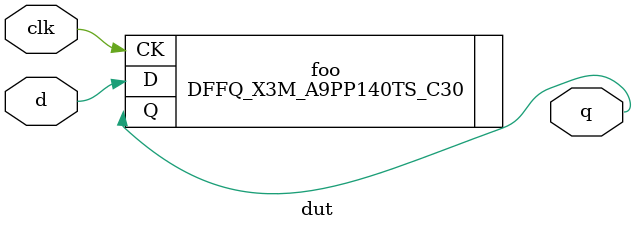
<source format=v>
module dut (
  input clk,
  input d,
  output q
);

DFFQ_X3M_A9PP140TS_C30 foo (
  .D  (d),
  .Q  (q),
  .CK (clk)
);

endmodule

</source>
